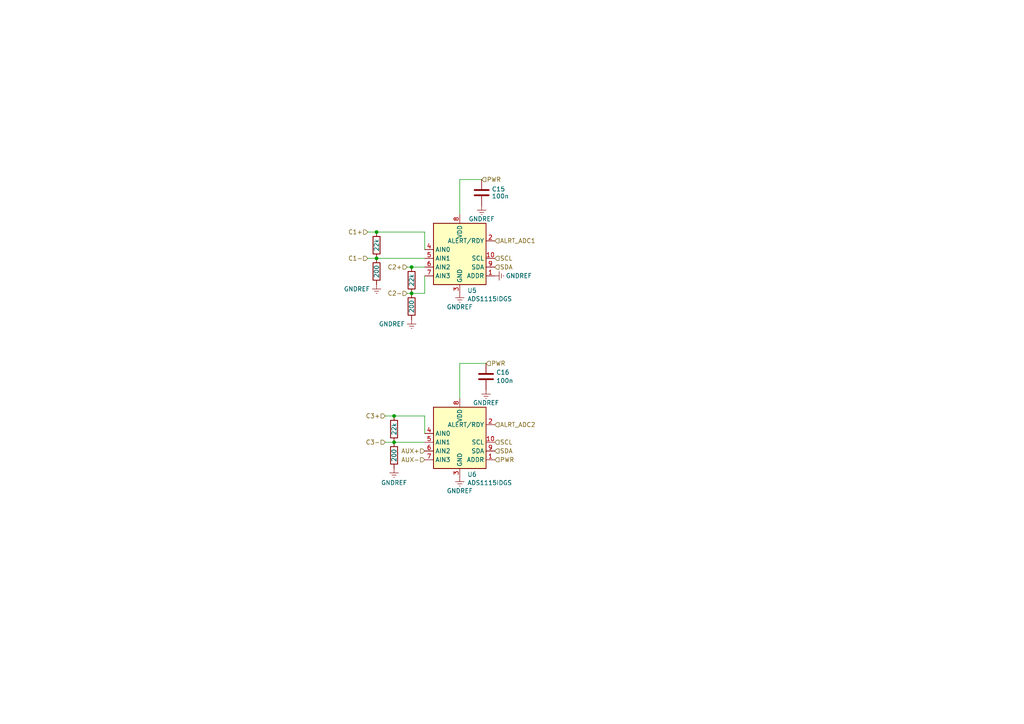
<source format=kicad_sch>
(kicad_sch (version 20230121) (generator eeschema)
  (paper "A4")
  (lib_symbols
    (symbol "Library:ADS1115IDGS"
      (property "Reference" "U" (at 2.54 13.97 0))
      (property "Value" "ADS1115IDGS" (at 7.62 11.43 0))
      (symbol "ADS1115IDGS_0_1"
        (rectangle (start -7.62 10.16) (end 7.62 -7.62) (stroke (width 0.254)) (fill (type background)))
      )
      (symbol "ADS1115IDGS_1_1"
        (pin input line (at 10.16 -5.08 180) (length 2.54) (name "ADDR") (number "1"))
        (pin input line (at 10.16 0 180) (length 2.54) (name "SCL") (number "10"))
        (pin output line (at 10.16 5.08 180) (length 2.54) (name "ALERT/RDY") (number "2"))
        (pin power_in line (at 0 -10.16 90) (length 2.54) (name "GND") (number "3"))
        (pin input line (at -10.16 2.54 0) (length 2.54) (name "AIN0") (number "4"))
        (pin input line (at -10.16 0 0) (length 2.54) (name "AIN1") (number "5"))
        (pin input line (at -10.16 -2.54 0) (length 2.54) (name "AIN2") (number "6"))
        (pin input line (at -10.16 -5.08 0) (length 2.54) (name "AIN3") (number "7"))
        (pin power_in line (at 0 12.7 270) (length 2.54) (name "VDD") (number "8"))
        (pin bidirectional line (at 10.16 -2.54 180) (length 2.54) (name "SDA") (number "9"))
      )
    )
    (symbol "Library:C" (pin_numbers hide) (pin_names (offset 0.254))
      (property "Reference" "C" (at 0.635 2.54 0))
      (property "Value" "C" (at 0.635 -2.54 0))
      (symbol "C_0_1"
        (polyline (pts (xy -2.032 -0.762) (xy 2.032 -0.762)) (stroke (width 0.508)))
        (polyline (pts (xy -2.032 0.762) (xy 2.032 0.762)) (stroke (width 0.508)))
      )
      (symbol "C_1_1"
        (pin passive line (at 0 3.81 270) (length 2.794) (name "~") (number "1"))
        (pin passive line (at 0 -3.81 90) (length 2.794) (name "~") (number "2"))
      )
    )
    (symbol "Library:R" (pin_numbers hide) (pin_names (offset 0))
      (property "Reference" "R" (at 2.032 0 90))
      (property "Value" "R" (at 0 0 90))
      (symbol "R_0_1"
        (rectangle (start -1.016 -2.54) (end 1.016 2.54) (stroke (width 0.254)))
      )
      (symbol "R_1_1"
        (pin passive line (at 0 3.81 270) (length 1.27) (name "~") (number "1"))
        (pin passive line (at 0 -3.81 90) (length 1.27) (name "~") (number "2"))
      )
    )
    (symbol "power:GNDREF" (power) (pin_names (offset 0))
      (property "Value" "GNDREF" (at 0 -3.81 0))
      (symbol "GNDREF_0_1"
        (polyline (pts (xy -0.635 -1.905) (xy 0.635 -1.905)))
        (polyline (pts (xy -0.127 -2.54) (xy 0.127 -2.54)))
        (polyline (pts (xy 0 -1.27) (xy 0 0)))
        (polyline (pts (xy 1.27 -1.27) (xy -1.27 -1.27)))
      )
      (symbol "GNDREF_1_1"
        (pin power_in line (at 0 0 270) (length 0) hide (name "GNDREF") (number "1"))
      )
    )
  )
  (junction (at 109.22 67.31))
  (junction (at 119.38 85.09))
  (junction (at 119.38 77.47))
  (junction (at 114.3 128.27))
  (junction (at 109.22 74.93))
  (junction (at 114.3 120.65))
  (wire (pts (xy 133.35 105.41) (xy 140.97 105.41)))
  (wire (pts (xy 123.19 67.31) (xy 123.19 72.39)))
  (wire (pts (xy 111.76 120.65) (xy 114.3 120.65)))
  (wire (pts (xy 109.22 74.93) (xy 123.19 74.93)))
  (wire (pts (xy 133.35 105.41) (xy 133.35 115.57)))
  (wire (pts (xy 118.11 77.47) (xy 119.38 77.47)))
  (wire (pts (xy 133.35 52.07) (xy 133.35 62.23)))
  (wire (pts (xy 106.68 74.93) (xy 109.22 74.93)))
  (wire (pts (xy 123.19 85.09) (xy 123.19 80.01)))
  (wire (pts (xy 114.3 128.27) (xy 123.19 128.27)))
  (wire (pts (xy 123.19 120.65) (xy 123.19 125.73)))
  (wire (pts (xy 111.76 128.27) (xy 114.3 128.27)))
  (wire (pts (xy 119.38 77.47) (xy 123.19 77.47)))
  (wire (pts (xy 109.22 67.31) (xy 123.19 67.31)))
  (wire (pts (xy 133.35 52.07) (xy 139.7 52.07)))
  (wire (pts (xy 118.11 85.09) (xy 119.38 85.09)))
  (wire (pts (xy 119.38 85.09) (xy 123.19 85.09)))
  (wire (pts (xy 114.3 120.65) (xy 123.19 120.65)))
  (wire (pts (xy 106.68 67.31) (xy 109.22 67.31)))
  (hierarchical_label "SDA" (shape input) (at 143.51 77.47 0))
  (hierarchical_label "PWR" (shape input) (at 139.7 52.07 0))
  (hierarchical_label "C2+" (shape input) (at 118.11 77.47 180))
  (hierarchical_label "C1+" (shape input) (at 106.68 67.31 180))
  (hierarchical_label "C3-" (shape input) (at 111.76 128.27 180))
  (hierarchical_label "AUX+" (shape input) (at 123.19 130.81 180))
  (hierarchical_label "SCL" (shape input) (at 143.51 128.27 0))
  (hierarchical_label "ALRT_ADC1" (shape input) (at 143.51 69.85 0))
  (hierarchical_label "PWR" (shape input) (at 140.97 105.41 0))
  (hierarchical_label "C2-" (shape input) (at 118.11 85.09 180))
  (hierarchical_label "PWR" (shape input) (at 143.51 133.35 0))
  (hierarchical_label "C1-" (shape input) (at 106.68 74.93 180))
  (hierarchical_label "SCL" (shape input) (at 143.51 74.93 0))
  (hierarchical_label "ALRT_ADC2" (shape input) (at 143.51 123.19 0))
  (hierarchical_label "AUX-" (shape input) (at 123.19 133.35 180))
  (hierarchical_label "C3+" (shape input) (at 111.76 120.65 180))
  (hierarchical_label "SDA" (shape input) (at 143.51 130.81 0))
  (symbol (lib_id "Library:R") (at 114.3 124.46 0) (unit 1)
    (property "Reference" "R38" (effects hide))
    (property "Value" "22k" (at 114.3 124.46 90))
    (property "Footprint" "Resistor_SMD:R_0402_1005Metric" (effects hide))
    (property "MPN" "C25768" (effects hide))
  )
  (symbol (lib_id "Library:R") (at 114.3 132.08 0) (unit 1)
    (property "Reference" "R39" (effects hide))
    (property "Value" "200" (at 114.3 132.08 90))
    (property "Footprint" "Resistor_SMD:R_0402_1005Metric" (effects hide))
    (property "MPN" "C25087" (effects hide))
  )
  (symbol (lib_id "Library:ADS1115IDGS") (at 133.35 128.27 0) (unit 1)
    (property "Reference" "U6" (at 135.5441 137.6101 0) (effects (justify left)))
    (property "Value" "ADS1115IDGS" (at 135.5441 140.0343 0) (effects (justify left)))
    (property "Footprint" "Package_SO:TSSOP-10_3x3mm_P0.5mm" (effects hide))
    (property "Datasheet" "http://www.ti.com/lit/ds/symlink/ads1113.pdf" (effects hide))
    (property "JLC" "C37593" (effects hide))
  )
  (symbol (lib_id "Library:C") (at 139.7 55.88 0) (unit 1)
    (property "Reference" "C15" (at 142.621 54.856 0) (effects (justify left)))
    (property "Value" "100n" (at 142.621 56.904 0) (effects (justify left)))
    (property "Footprint" "Capacitor_SMD:C_0603_1608Metric" (effects hide))
    (property "MPN" "C14663" (effects hide))
  )
  (symbol (lib_id "power:GNDREF") (at 119.38 92.71 0) (unit 1)
    (property "Reference" "#PWR050" (effects hide))
    (property "Value" "GNDREF" (at 117.4751 93.98 0) (effects (justify right)))
  )
  (symbol (lib_id "Library:R") (at 119.38 88.9 0) (unit 1)
    (property "Reference" "R41" (effects hide))
    (property "Value" "200" (at 119.38 88.9 90))
    (property "Footprint" "Resistor_SMD:R_0402_1005Metric" (effects hide))
    (property "MPN" "C25087" (effects hide))
  )
  (symbol (lib_id "power:GNDREF") (at 109.22 82.55 0) (unit 1)
    (property "Reference" "#PWR048" (effects hide))
    (property "Value" "GNDREF" (at 107.3151 83.82 0) (effects (justify right)))
  )
  (symbol (lib_id "power:GNDREF") (at 114.3 135.89 0) (unit 1)
    (property "Reference" "#PWR049" (effects hide))
    (property "Value" "GNDREF" (at 114.3 140.0231 0))
  )
  (symbol (lib_id "power:GNDREF") (at 133.35 138.43 0) (unit 1)
    (property "Reference" "#PWR052" (effects hide))
    (property "Value" "GNDREF" (at 133.35 142.375 0))
  )
  (symbol (lib_id "Library:R") (at 109.22 71.12 0) (unit 1)
    (property "Reference" "R36" (effects hide))
    (property "Value" "22k" (at 109.22 71.12 90))
    (property "Footprint" "Resistor_SMD:R_0402_1005Metric" (effects hide))
    (property "MPN" "C25768" (effects hide))
  )
  (symbol (lib_id "Library:R") (at 119.38 81.28 0) (unit 1)
    (property "Reference" "R40" (effects hide))
    (property "Value" "22k" (at 119.38 81.28 90))
    (property "Footprint" "Resistor_SMD:R_0402_1005Metric" (effects hide))
    (property "MPN" "C25768" (effects hide))
  )
  (symbol (lib_id "power:GNDREF") (at 143.51 80.01 90) (unit 1)
    (property "Reference" "#PWR055" (effects hide))
    (property "Value" "GNDREF" (at 146.685 80.01 90) (effects (justify right)))
  )
  (symbol (lib_id "Library:R") (at 109.22 78.74 0) (unit 1)
    (property "Reference" "R37" (effects hide))
    (property "Value" "200" (at 109.22 78.74 90))
    (property "Footprint" "Resistor_SMD:R_0402_1005Metric" (effects hide))
    (property "MPN" "C25087" (effects hide))
  )
  (symbol (lib_id "Library:C") (at 140.97 109.22 0) (unit 1)
    (property "Reference" "C16" (at 143.891 108.0079 0) (effects (justify left)))
    (property "Value" "100n" (at 143.891 110.4321 0) (effects (justify left)))
    (property "Footprint" "Capacitor_SMD:C_0603_1608Metric" (effects hide))
    (property "MPN" "C14663" (effects hide))
  )
  (symbol (lib_id "power:GNDREF") (at 133.35 85.09 0) (unit 1)
    (property "Reference" "#PWR051" (effects hide))
    (property "Value" "GNDREF" (at 133.35 89.035 0))
  )
  (symbol (lib_id "power:GNDREF") (at 139.7 59.69 0) (unit 1)
    (property "Reference" "#PWR053" (effects hide))
    (property "Value" "GNDREF" (at 139.7 63.5 0))
  )
  (symbol (lib_id "power:GNDREF") (at 140.97 113.03 0) (unit 1)
    (property "Reference" "#PWR054" (effects hide))
    (property "Value" "GNDREF" (at 140.97 116.84 0))
  )
  (symbol (lib_id "Library:ADS1115IDGS") (at 133.35 74.93 0) (unit 1)
    (property "Reference" "U5" (at 135.5441 84.2701 0) (effects (justify left)))
    (property "Value" "ADS1115IDGS" (at 135.5441 86.6943 0) (effects (justify left)))
    (property "Footprint" "Package_SO:TSSOP-10_3x3mm_P0.5mm" (effects hide))
    (property "Datasheet" "http://www.ti.com/lit/ds/symlink/ads1113.pdf" (effects hide))
    (property "JLC" "C37593" (effects hide))
  )
)
</source>
